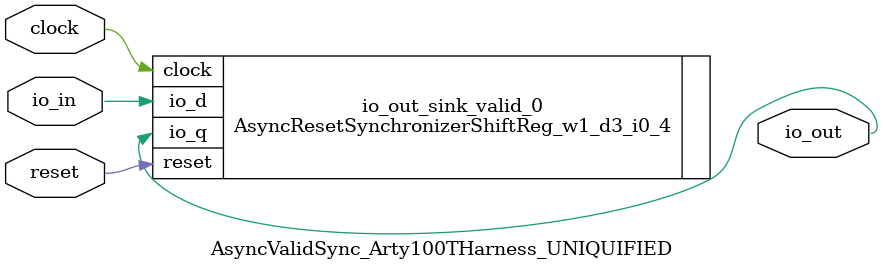
<source format=sv>
module AsyncValidSync_Arty100THarness_UNIQUIFIED(	// @[generators/rocket-chip/src/main/scala/util/AsyncQueue.scala:58:7]
  input  io_in,	// @[generators/rocket-chip/src/main/scala/util/AsyncQueue.scala:59:14]
  output io_out,	// @[generators/rocket-chip/src/main/scala/util/AsyncQueue.scala:59:14]
  input  clock,	// @[generators/rocket-chip/src/main/scala/util/AsyncQueue.scala:63:17]
  input  reset	// @[generators/rocket-chip/src/main/scala/util/AsyncQueue.scala:64:17]
);

  AsyncResetSynchronizerShiftReg_w1_d3_i0_4 io_out_sink_valid_0 (	// @[generators/rocket-chip/src/main/scala/util/ShiftReg.scala:45:23]
    .clock (clock),
    .reset (reset),
    .io_d  (io_in),
    .io_q  (io_out)
  );	// @[generators/rocket-chip/src/main/scala/util/ShiftReg.scala:45:23]
endmodule


</source>
